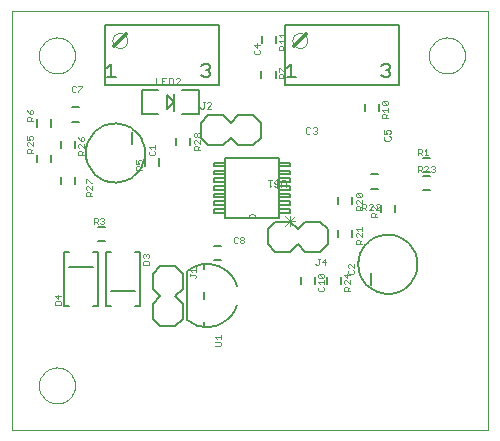
<source format=gto>
G75*
%MOIN*%
%OFA0B0*%
%FSLAX24Y24*%
%IPPOS*%
%LPD*%
%AMOC8*
5,1,8,0,0,1.08239X$1,22.5*
%
%ADD10C,0.0000*%
%ADD11C,0.0060*%
%ADD12C,0.0040*%
%ADD13C,0.0020*%
%ADD14C,0.0080*%
%ADD15C,0.0050*%
%ADD16C,0.0030*%
%ADD17C,0.0010*%
%ADD18C,0.0120*%
D10*
X000180Y000180D02*
X000180Y014176D01*
X016050Y014176D01*
X016050Y000180D01*
X000180Y000180D01*
X001080Y001680D02*
X001082Y001729D01*
X001088Y001777D01*
X001098Y001825D01*
X001112Y001872D01*
X001129Y001918D01*
X001150Y001962D01*
X001175Y002004D01*
X001203Y002044D01*
X001235Y002082D01*
X001269Y002117D01*
X001306Y002149D01*
X001345Y002178D01*
X001387Y002204D01*
X001431Y002226D01*
X001476Y002244D01*
X001523Y002259D01*
X001570Y002270D01*
X001619Y002277D01*
X001668Y002280D01*
X001717Y002279D01*
X001765Y002274D01*
X001814Y002265D01*
X001861Y002252D01*
X001907Y002235D01*
X001951Y002215D01*
X001994Y002191D01*
X002035Y002164D01*
X002073Y002133D01*
X002109Y002100D01*
X002141Y002064D01*
X002171Y002025D01*
X002198Y001984D01*
X002221Y001940D01*
X002240Y001895D01*
X002256Y001849D01*
X002268Y001802D01*
X002276Y001753D01*
X002280Y001704D01*
X002280Y001656D01*
X002276Y001607D01*
X002268Y001558D01*
X002256Y001511D01*
X002240Y001465D01*
X002221Y001420D01*
X002198Y001376D01*
X002171Y001335D01*
X002141Y001296D01*
X002109Y001260D01*
X002073Y001227D01*
X002035Y001196D01*
X001994Y001169D01*
X001951Y001145D01*
X001907Y001125D01*
X001861Y001108D01*
X001814Y001095D01*
X001765Y001086D01*
X001717Y001081D01*
X001668Y001080D01*
X001619Y001083D01*
X001570Y001090D01*
X001523Y001101D01*
X001476Y001116D01*
X001431Y001134D01*
X001387Y001156D01*
X001345Y001182D01*
X001306Y001211D01*
X001269Y001243D01*
X001235Y001278D01*
X001203Y001316D01*
X001175Y001356D01*
X001150Y001398D01*
X001129Y001442D01*
X001112Y001488D01*
X001098Y001535D01*
X001088Y001583D01*
X001082Y001631D01*
X001080Y001680D01*
X008060Y007271D02*
X008062Y007292D01*
X008067Y007312D01*
X008076Y007331D01*
X008088Y007348D01*
X008103Y007363D01*
X008120Y007375D01*
X008139Y007384D01*
X008159Y007389D01*
X008180Y007391D01*
X008201Y007389D01*
X008221Y007384D01*
X008240Y007375D01*
X008257Y007363D01*
X008272Y007348D01*
X008284Y007331D01*
X008293Y007312D01*
X008298Y007292D01*
X008300Y007271D01*
X014080Y012680D02*
X014082Y012729D01*
X014088Y012777D01*
X014098Y012825D01*
X014112Y012872D01*
X014129Y012918D01*
X014150Y012962D01*
X014175Y013004D01*
X014203Y013044D01*
X014235Y013082D01*
X014269Y013117D01*
X014306Y013149D01*
X014345Y013178D01*
X014387Y013204D01*
X014431Y013226D01*
X014476Y013244D01*
X014523Y013259D01*
X014570Y013270D01*
X014619Y013277D01*
X014668Y013280D01*
X014717Y013279D01*
X014765Y013274D01*
X014814Y013265D01*
X014861Y013252D01*
X014907Y013235D01*
X014951Y013215D01*
X014994Y013191D01*
X015035Y013164D01*
X015073Y013133D01*
X015109Y013100D01*
X015141Y013064D01*
X015171Y013025D01*
X015198Y012984D01*
X015221Y012940D01*
X015240Y012895D01*
X015256Y012849D01*
X015268Y012802D01*
X015276Y012753D01*
X015280Y012704D01*
X015280Y012656D01*
X015276Y012607D01*
X015268Y012558D01*
X015256Y012511D01*
X015240Y012465D01*
X015221Y012420D01*
X015198Y012376D01*
X015171Y012335D01*
X015141Y012296D01*
X015109Y012260D01*
X015073Y012227D01*
X015035Y012196D01*
X014994Y012169D01*
X014951Y012145D01*
X014907Y012125D01*
X014861Y012108D01*
X014814Y012095D01*
X014765Y012086D01*
X014717Y012081D01*
X014668Y012080D01*
X014619Y012083D01*
X014570Y012090D01*
X014523Y012101D01*
X014476Y012116D01*
X014431Y012134D01*
X014387Y012156D01*
X014345Y012182D01*
X014306Y012211D01*
X014269Y012243D01*
X014235Y012278D01*
X014203Y012316D01*
X014175Y012356D01*
X014150Y012398D01*
X014129Y012442D01*
X014112Y012488D01*
X014098Y012535D01*
X014088Y012583D01*
X014082Y012631D01*
X014080Y012680D01*
X001080Y012680D02*
X001082Y012729D01*
X001088Y012777D01*
X001098Y012825D01*
X001112Y012872D01*
X001129Y012918D01*
X001150Y012962D01*
X001175Y013004D01*
X001203Y013044D01*
X001235Y013082D01*
X001269Y013117D01*
X001306Y013149D01*
X001345Y013178D01*
X001387Y013204D01*
X001431Y013226D01*
X001476Y013244D01*
X001523Y013259D01*
X001570Y013270D01*
X001619Y013277D01*
X001668Y013280D01*
X001717Y013279D01*
X001765Y013274D01*
X001814Y013265D01*
X001861Y013252D01*
X001907Y013235D01*
X001951Y013215D01*
X001994Y013191D01*
X002035Y013164D01*
X002073Y013133D01*
X002109Y013100D01*
X002141Y013064D01*
X002171Y013025D01*
X002198Y012984D01*
X002221Y012940D01*
X002240Y012895D01*
X002256Y012849D01*
X002268Y012802D01*
X002276Y012753D01*
X002280Y012704D01*
X002280Y012656D01*
X002276Y012607D01*
X002268Y012558D01*
X002256Y012511D01*
X002240Y012465D01*
X002221Y012420D01*
X002198Y012376D01*
X002171Y012335D01*
X002141Y012296D01*
X002109Y012260D01*
X002073Y012227D01*
X002035Y012196D01*
X001994Y012169D01*
X001951Y012145D01*
X001907Y012125D01*
X001861Y012108D01*
X001814Y012095D01*
X001765Y012086D01*
X001717Y012081D01*
X001668Y012080D01*
X001619Y012083D01*
X001570Y012090D01*
X001523Y012101D01*
X001476Y012116D01*
X001431Y012134D01*
X001387Y012156D01*
X001345Y012182D01*
X001306Y012211D01*
X001269Y012243D01*
X001235Y012278D01*
X001203Y012316D01*
X001175Y012356D01*
X001150Y012398D01*
X001129Y012442D01*
X001112Y012488D01*
X001098Y012535D01*
X001088Y012583D01*
X001082Y012631D01*
X001080Y012680D01*
D11*
X002182Y010947D02*
X002418Y010947D01*
X002418Y010474D02*
X002182Y010474D01*
X002272Y009839D02*
X002272Y009603D01*
X001800Y009603D02*
X001800Y009839D01*
X001478Y010312D02*
X001478Y010548D01*
X001005Y010548D02*
X001005Y010312D01*
X001006Y009358D02*
X001006Y009122D01*
X001478Y009122D02*
X001478Y009358D01*
X001801Y008645D02*
X001801Y008409D01*
X002274Y008409D02*
X002274Y008645D01*
X003062Y006966D02*
X003298Y006966D01*
X003298Y006494D02*
X003062Y006494D01*
X004624Y009012D02*
X004624Y009248D01*
X005096Y009248D02*
X005096Y009012D01*
X005657Y009682D02*
X005657Y009918D01*
X006129Y009918D02*
X006129Y009682D01*
X006920Y009101D02*
X006920Y008981D01*
X007290Y008981D01*
X007290Y009101D01*
X006920Y009101D01*
X006920Y008841D02*
X006920Y008721D01*
X007290Y008721D01*
X007290Y008841D01*
X006920Y008841D01*
X006920Y008591D02*
X006920Y008471D01*
X007290Y008471D01*
X007290Y008591D01*
X006920Y008591D01*
X006920Y008331D02*
X006920Y008211D01*
X007290Y008211D01*
X007290Y008331D01*
X006920Y008331D01*
X006920Y008071D02*
X006920Y007951D01*
X007290Y007951D01*
X007290Y008071D01*
X006920Y008071D01*
X006920Y007821D02*
X006920Y007701D01*
X007290Y007701D01*
X007290Y007821D01*
X006920Y007821D01*
X006920Y007561D02*
X006920Y007441D01*
X007290Y007441D01*
X007290Y007561D01*
X006920Y007561D01*
X007290Y007271D02*
X008060Y007271D01*
X008300Y007271D01*
X009070Y007271D01*
X009070Y009271D01*
X007290Y009271D01*
X007290Y007271D01*
X007140Y006336D02*
X006904Y006336D01*
X006904Y005863D02*
X007140Y005863D01*
X009070Y007441D02*
X009070Y007561D01*
X009440Y007561D01*
X009440Y007441D01*
X009070Y007441D01*
X009070Y007701D02*
X009440Y007701D01*
X009440Y007821D01*
X009070Y007821D01*
X009070Y007701D01*
X009070Y007951D02*
X009440Y007951D01*
X009440Y008071D01*
X009070Y008071D01*
X009070Y007951D01*
X009070Y008211D02*
X009440Y008211D01*
X009440Y008331D01*
X009070Y008331D01*
X009070Y008211D01*
X009070Y008471D02*
X009440Y008471D01*
X009440Y008591D01*
X009070Y008591D01*
X009070Y008471D01*
X009070Y008721D02*
X009440Y008721D01*
X009440Y008841D01*
X009070Y008841D01*
X009070Y008721D01*
X009070Y008981D02*
X009440Y008981D01*
X009440Y009101D01*
X009070Y009101D01*
X009070Y008981D01*
X011054Y007978D02*
X011054Y007742D01*
X011526Y007742D02*
X011526Y007978D01*
X012162Y008243D02*
X012398Y008243D01*
X012398Y008716D02*
X012162Y008716D01*
X012473Y007707D02*
X012473Y007471D01*
X012945Y007471D02*
X012945Y007707D01*
X013872Y008204D02*
X014108Y008204D01*
X014108Y008676D02*
X013872Y008676D01*
X013874Y008790D02*
X014110Y008790D01*
X014110Y009263D02*
X013874Y009263D01*
X012423Y010814D02*
X012423Y011050D01*
X011951Y011050D02*
X011951Y010814D01*
X013080Y011680D02*
X013080Y013680D01*
X009280Y013680D01*
X009280Y011680D01*
X013080Y011680D01*
X008970Y011920D02*
X008970Y012156D01*
X008498Y012156D02*
X008498Y011920D01*
X008504Y013092D02*
X008504Y013328D01*
X008976Y013328D02*
X008976Y013092D01*
X007080Y013680D02*
X007080Y011680D01*
X003280Y011680D01*
X003280Y013680D01*
X007080Y013680D01*
X011054Y006858D02*
X011054Y006622D01*
X011526Y006622D02*
X011526Y006858D01*
X011146Y005298D02*
X011146Y005062D01*
X010674Y005062D02*
X010674Y005298D01*
X010286Y005298D02*
X010286Y005062D01*
X009814Y005062D02*
X009814Y005298D01*
D12*
X010395Y005312D02*
X010395Y005379D01*
X010428Y005412D01*
X010562Y005279D01*
X010595Y005312D01*
X010595Y005379D01*
X010562Y005412D01*
X010428Y005412D01*
X010395Y005312D02*
X010428Y005279D01*
X010562Y005279D01*
X010595Y005191D02*
X010595Y005058D01*
X010595Y005125D02*
X010395Y005125D01*
X010462Y005058D01*
X010428Y004970D02*
X010395Y004937D01*
X010395Y004870D01*
X010428Y004837D01*
X010562Y004837D01*
X010595Y004870D01*
X010595Y004937D01*
X010562Y004970D01*
X011255Y004937D02*
X011255Y004837D01*
X011455Y004837D01*
X011388Y004837D02*
X011388Y004937D01*
X011355Y004970D01*
X011288Y004970D01*
X011255Y004937D01*
X011288Y005058D02*
X011255Y005091D01*
X011255Y005158D01*
X011288Y005191D01*
X011322Y005191D01*
X011455Y005058D01*
X011455Y005191D01*
X011355Y005279D02*
X011355Y005412D01*
X011390Y005423D02*
X011423Y005390D01*
X011557Y005390D01*
X011590Y005423D01*
X011590Y005490D01*
X011557Y005523D01*
X011590Y005611D02*
X011457Y005744D01*
X011423Y005744D01*
X011390Y005711D01*
X011390Y005644D01*
X011423Y005611D01*
X011423Y005523D02*
X011390Y005490D01*
X011390Y005423D01*
X011455Y005379D02*
X011255Y005379D01*
X011355Y005279D01*
X011455Y004970D02*
X011388Y004904D01*
X011590Y005611D02*
X011590Y005744D01*
X011635Y006397D02*
X011635Y006497D01*
X011668Y006530D01*
X011735Y006530D01*
X011768Y006497D01*
X011768Y006397D01*
X011768Y006464D02*
X011835Y006530D01*
X011835Y006618D02*
X011702Y006751D01*
X011668Y006751D01*
X011635Y006718D01*
X011635Y006651D01*
X011668Y006618D01*
X011835Y006618D02*
X011835Y006751D01*
X011835Y006839D02*
X011835Y006972D01*
X011835Y006906D02*
X011635Y006906D01*
X011702Y006839D01*
X011635Y006397D02*
X011835Y006397D01*
X012164Y007309D02*
X012164Y007409D01*
X012197Y007443D01*
X012264Y007443D01*
X012297Y007409D01*
X012297Y007309D01*
X012364Y007309D02*
X012164Y007309D01*
X012297Y007376D02*
X012364Y007443D01*
X012364Y007530D02*
X012230Y007663D01*
X012197Y007663D01*
X012164Y007630D01*
X012164Y007563D01*
X012197Y007530D01*
X012213Y007541D02*
X012079Y007541D01*
X012213Y007674D01*
X012213Y007708D01*
X012179Y007741D01*
X012113Y007741D01*
X012079Y007708D01*
X011992Y007708D02*
X011992Y007641D01*
X011958Y007607D01*
X011858Y007607D01*
X011835Y007650D02*
X011768Y007584D01*
X011768Y007617D02*
X011768Y007517D01*
X011835Y007517D02*
X011635Y007517D01*
X011635Y007617D01*
X011668Y007650D01*
X011735Y007650D01*
X011768Y007617D01*
X011858Y007541D02*
X011858Y007741D01*
X011958Y007741D01*
X011992Y007708D01*
X011925Y007607D02*
X011992Y007541D01*
X011835Y007738D02*
X011702Y007871D01*
X011668Y007871D01*
X011635Y007838D01*
X011635Y007771D01*
X011668Y007738D01*
X011835Y007738D02*
X011835Y007871D01*
X011802Y007959D02*
X011668Y007959D01*
X011635Y007992D01*
X011635Y008059D01*
X011668Y008092D01*
X011802Y007959D01*
X011835Y007992D01*
X011835Y008059D01*
X011802Y008092D01*
X011668Y008092D01*
X012300Y007708D02*
X012334Y007741D01*
X012400Y007741D01*
X012434Y007708D01*
X012434Y007674D01*
X012300Y007541D01*
X012434Y007541D01*
X012364Y007530D02*
X012364Y007663D01*
X013710Y008785D02*
X013710Y008985D01*
X013810Y008985D01*
X013843Y008952D01*
X013843Y008885D01*
X013810Y008852D01*
X013710Y008852D01*
X013777Y008852D02*
X013843Y008785D01*
X013931Y008785D02*
X014064Y008918D01*
X014064Y008952D01*
X014031Y008985D01*
X013964Y008985D01*
X013931Y008952D01*
X013931Y008785D02*
X014064Y008785D01*
X014152Y008818D02*
X014185Y008785D01*
X014252Y008785D01*
X014285Y008818D01*
X014285Y008852D01*
X014252Y008885D01*
X014219Y008885D01*
X014252Y008885D02*
X014285Y008918D01*
X014285Y008952D01*
X014252Y008985D01*
X014185Y008985D01*
X014152Y008952D01*
X014066Y009372D02*
X013933Y009372D01*
X013999Y009372D02*
X013999Y009572D01*
X013933Y009505D01*
X013845Y009472D02*
X013812Y009438D01*
X013712Y009438D01*
X013712Y009372D02*
X013712Y009572D01*
X013812Y009572D01*
X013845Y009539D01*
X013845Y009472D01*
X013778Y009438D02*
X013845Y009372D01*
X012732Y010589D02*
X012532Y010589D01*
X012532Y010689D01*
X012565Y010723D01*
X012632Y010723D01*
X012665Y010689D01*
X012665Y010589D01*
X012665Y010656D02*
X012732Y010723D01*
X012732Y010810D02*
X012732Y010944D01*
X012732Y010877D02*
X012532Y010877D01*
X012599Y010810D01*
X012565Y011031D02*
X012532Y011064D01*
X012532Y011131D01*
X012565Y011165D01*
X012699Y011031D01*
X012732Y011064D01*
X012732Y011131D01*
X012699Y011165D01*
X012565Y011165D01*
X012565Y011031D02*
X012699Y011031D01*
X009279Y011916D02*
X009079Y011916D01*
X009079Y012016D01*
X009112Y012049D01*
X009179Y012049D01*
X009212Y012016D01*
X009212Y011916D01*
X009212Y011983D02*
X009279Y012049D01*
X009279Y012137D02*
X009246Y012137D01*
X009112Y012270D01*
X009079Y012270D01*
X009079Y012137D01*
X009085Y012867D02*
X009085Y012967D01*
X009118Y013000D01*
X009185Y013000D01*
X009218Y012967D01*
X009218Y012867D01*
X009218Y012934D02*
X009285Y013000D01*
X009285Y013088D02*
X009285Y013221D01*
X009285Y013155D02*
X009085Y013155D01*
X009152Y013088D01*
X009152Y013309D02*
X009085Y013376D01*
X009285Y013376D01*
X009285Y013442D02*
X009285Y013309D01*
X009285Y012867D02*
X009085Y012867D01*
X006420Y010095D02*
X006454Y010062D01*
X006454Y009995D01*
X006420Y009962D01*
X006387Y009962D01*
X006354Y009995D01*
X006354Y010062D01*
X006387Y010095D01*
X006420Y010095D01*
X006354Y010062D02*
X006320Y010095D01*
X006287Y010095D01*
X006253Y010062D01*
X006253Y009995D01*
X006287Y009962D01*
X006320Y009962D01*
X006354Y009995D01*
X006320Y009874D02*
X006287Y009874D01*
X006253Y009841D01*
X006253Y009774D01*
X006287Y009741D01*
X006287Y009653D02*
X006354Y009653D01*
X006387Y009620D01*
X006387Y009520D01*
X006454Y009520D02*
X006253Y009520D01*
X006253Y009620D01*
X006287Y009653D01*
X006387Y009587D02*
X006454Y009653D01*
X006454Y009741D02*
X006320Y009874D01*
X006454Y009874D02*
X006454Y009741D01*
X004950Y009712D02*
X004950Y009579D01*
X004950Y009646D02*
X004750Y009646D01*
X004817Y009579D01*
X004783Y009491D02*
X004750Y009458D01*
X004750Y009391D01*
X004783Y009358D01*
X004917Y009358D01*
X004950Y009391D01*
X004950Y009458D01*
X004917Y009491D01*
X004515Y009171D02*
X004515Y009104D01*
X004482Y009071D01*
X004415Y009071D02*
X004382Y009138D01*
X004382Y009171D01*
X004415Y009204D01*
X004482Y009204D01*
X004515Y009171D01*
X004415Y009071D02*
X004315Y009071D01*
X004315Y009204D01*
X004348Y008983D02*
X004415Y008983D01*
X004448Y008950D01*
X004448Y008850D01*
X004448Y008917D02*
X004515Y008983D01*
X004515Y008850D02*
X004315Y008850D01*
X004315Y008950D01*
X004348Y008983D01*
X002858Y008429D02*
X002825Y008429D01*
X002691Y008563D01*
X002658Y008563D01*
X002658Y008429D01*
X002691Y008342D02*
X002658Y008309D01*
X002658Y008242D01*
X002691Y008208D01*
X002691Y008121D02*
X002758Y008121D01*
X002791Y008088D01*
X002791Y007988D01*
X002791Y008054D02*
X002858Y008121D01*
X002858Y008208D02*
X002725Y008342D01*
X002691Y008342D01*
X002858Y008342D02*
X002858Y008208D01*
X002691Y008121D02*
X002658Y008088D01*
X002658Y007988D01*
X002858Y007988D01*
X002900Y007275D02*
X003000Y007275D01*
X003033Y007242D01*
X003033Y007175D01*
X003000Y007142D01*
X002900Y007142D01*
X002967Y007142D02*
X003033Y007075D01*
X003121Y007108D02*
X003154Y007075D01*
X003221Y007075D01*
X003254Y007108D01*
X003254Y007142D01*
X003221Y007175D01*
X003188Y007175D01*
X003221Y007175D02*
X003254Y007208D01*
X003254Y007242D01*
X003221Y007275D01*
X003154Y007275D01*
X003121Y007242D01*
X002900Y007275D02*
X002900Y007075D01*
X004550Y006029D02*
X004583Y006062D01*
X004617Y006062D01*
X004650Y006029D01*
X004683Y006062D01*
X004717Y006062D01*
X004750Y006029D01*
X004750Y005962D01*
X004717Y005929D01*
X004717Y005841D02*
X004583Y005841D01*
X004550Y005808D01*
X004550Y005708D01*
X004750Y005708D01*
X004750Y005808D01*
X004717Y005841D01*
X004583Y005929D02*
X004550Y005962D01*
X004550Y006029D01*
X004650Y006029D02*
X004650Y005996D01*
X001810Y004671D02*
X001610Y004671D01*
X001710Y004571D01*
X001710Y004704D01*
X001777Y004483D02*
X001643Y004483D01*
X001610Y004450D01*
X001610Y004350D01*
X001810Y004350D01*
X001810Y004450D01*
X001777Y004483D01*
X006950Y003296D02*
X007150Y003296D01*
X007150Y003362D02*
X007150Y003229D01*
X007117Y003141D02*
X006950Y003141D01*
X007017Y003229D02*
X006950Y003296D01*
X007117Y003141D02*
X007150Y003108D01*
X007150Y003041D01*
X007117Y003008D01*
X006950Y003008D01*
X007602Y006444D02*
X007669Y006444D01*
X007702Y006478D01*
X007790Y006478D02*
X007790Y006511D01*
X007823Y006544D01*
X007890Y006544D01*
X007923Y006511D01*
X007923Y006478D01*
X007890Y006444D01*
X007823Y006444D01*
X007790Y006478D01*
X007823Y006544D02*
X007790Y006578D01*
X007790Y006611D01*
X007823Y006645D01*
X007890Y006645D01*
X007923Y006611D01*
X007923Y006578D01*
X007890Y006544D01*
X007702Y006611D02*
X007669Y006645D01*
X007602Y006645D01*
X007569Y006611D01*
X007569Y006478D01*
X007602Y006444D01*
X002581Y009378D02*
X002381Y009378D01*
X002381Y009478D01*
X002414Y009512D01*
X002481Y009512D01*
X002514Y009478D01*
X002514Y009378D01*
X002514Y009445D02*
X002581Y009512D01*
X002581Y009599D02*
X002448Y009733D01*
X002414Y009733D01*
X002381Y009699D01*
X002381Y009633D01*
X002414Y009599D01*
X002581Y009599D02*
X002581Y009733D01*
X002548Y009820D02*
X002581Y009854D01*
X002581Y009920D01*
X002548Y009954D01*
X002514Y009954D01*
X002481Y009920D01*
X002481Y009820D01*
X002548Y009820D01*
X002481Y009820D02*
X002414Y009887D01*
X002381Y009954D01*
X000897Y009975D02*
X000897Y009908D01*
X000864Y009874D01*
X000797Y009874D02*
X000764Y009941D01*
X000764Y009975D01*
X000797Y010008D01*
X000864Y010008D01*
X000897Y009975D01*
X000797Y009874D02*
X000697Y009874D01*
X000697Y010008D01*
X000730Y009787D02*
X000697Y009754D01*
X000697Y009687D01*
X000730Y009653D01*
X000730Y009566D02*
X000797Y009566D01*
X000830Y009533D01*
X000830Y009432D01*
X000830Y009499D02*
X000897Y009566D01*
X000897Y009653D02*
X000764Y009787D01*
X000730Y009787D01*
X000897Y009787D02*
X000897Y009653D01*
X000730Y009566D02*
X000697Y009533D01*
X000697Y009432D01*
X000897Y009432D01*
X000881Y010505D02*
X000681Y010505D01*
X000681Y010605D01*
X000714Y010638D01*
X000781Y010638D01*
X000814Y010605D01*
X000814Y010505D01*
X000814Y010572D02*
X000881Y010638D01*
X000847Y010726D02*
X000881Y010759D01*
X000881Y010826D01*
X000847Y010859D01*
X000814Y010859D01*
X000781Y010826D01*
X000781Y010726D01*
X000847Y010726D01*
X000781Y010726D02*
X000714Y010793D01*
X000681Y010859D01*
X002177Y011483D02*
X002211Y011449D01*
X002278Y011449D01*
X002311Y011483D01*
X002398Y011483D02*
X002398Y011449D01*
X002398Y011483D02*
X002532Y011616D01*
X002532Y011650D01*
X002398Y011650D01*
X002311Y011616D02*
X002278Y011650D01*
X002211Y011650D01*
X002177Y011616D01*
X002177Y011483D01*
X004974Y011744D02*
X005107Y011744D01*
X005195Y011744D02*
X005328Y011744D01*
X005416Y011744D02*
X005516Y011744D01*
X005549Y011777D01*
X005549Y011911D01*
X005516Y011944D01*
X005416Y011944D01*
X005416Y011744D01*
X005261Y011844D02*
X005195Y011844D01*
X005195Y011944D02*
X005195Y011744D01*
X004974Y011744D02*
X004974Y011944D01*
X005195Y011944D02*
X005328Y011944D01*
X005637Y011911D02*
X005670Y011944D01*
X005737Y011944D01*
X005770Y011911D01*
X005770Y011877D01*
X005637Y011744D01*
X005770Y011744D01*
D13*
X006533Y011130D02*
X006607Y011130D01*
X006570Y011130D02*
X006570Y010947D01*
X006533Y010910D01*
X006497Y010910D01*
X006460Y010947D01*
X006681Y010910D02*
X006828Y011057D01*
X006828Y011093D01*
X006791Y011130D01*
X006718Y011130D01*
X006681Y011093D01*
X006681Y010910D02*
X006828Y010910D01*
X008281Y012714D02*
X008428Y012714D01*
X008464Y012751D01*
X008464Y012824D01*
X008428Y012861D01*
X008354Y012935D02*
X008244Y013045D01*
X008464Y013045D01*
X008354Y013082D02*
X008354Y012935D01*
X008281Y012861D02*
X008244Y012824D01*
X008244Y012751D01*
X008281Y012714D01*
X009530Y013180D02*
X009532Y013211D01*
X009538Y013242D01*
X009548Y013272D01*
X009561Y013300D01*
X009578Y013327D01*
X009598Y013351D01*
X009621Y013373D01*
X009646Y013391D01*
X009674Y013406D01*
X009703Y013418D01*
X009733Y013426D01*
X009764Y013430D01*
X009796Y013430D01*
X009827Y013426D01*
X009857Y013418D01*
X009886Y013406D01*
X009914Y013391D01*
X009939Y013373D01*
X009962Y013351D01*
X009982Y013327D01*
X009999Y013300D01*
X010012Y013272D01*
X010022Y013242D01*
X010028Y013211D01*
X010030Y013180D01*
X010028Y013149D01*
X010022Y013118D01*
X010012Y013088D01*
X009999Y013060D01*
X009982Y013033D01*
X009962Y013009D01*
X009939Y012987D01*
X009914Y012969D01*
X009886Y012954D01*
X009857Y012942D01*
X009827Y012934D01*
X009796Y012930D01*
X009764Y012930D01*
X009733Y012934D01*
X009703Y012942D01*
X009674Y012954D01*
X009646Y012969D01*
X009621Y012987D01*
X009598Y013009D01*
X009578Y013033D01*
X009561Y013060D01*
X009548Y013088D01*
X009538Y013118D01*
X009532Y013149D01*
X009530Y013180D01*
X010019Y010284D02*
X009982Y010247D01*
X009982Y010100D01*
X010019Y010064D01*
X010092Y010064D01*
X010129Y010100D01*
X010203Y010100D02*
X010240Y010064D01*
X010313Y010064D01*
X010350Y010100D01*
X010350Y010137D01*
X010313Y010174D01*
X010276Y010174D01*
X010313Y010174D02*
X010350Y010211D01*
X010350Y010247D01*
X010313Y010284D01*
X010240Y010284D01*
X010203Y010247D01*
X010129Y010247D02*
X010092Y010284D01*
X010019Y010284D01*
X012582Y010212D02*
X012582Y010065D01*
X012692Y010065D01*
X012655Y010139D01*
X012655Y010175D01*
X012692Y010212D01*
X012765Y010212D01*
X012802Y010175D01*
X012802Y010102D01*
X012765Y010065D01*
X012765Y009991D02*
X012802Y009954D01*
X012802Y009881D01*
X012765Y009844D01*
X012618Y009844D01*
X012582Y009881D01*
X012582Y009954D01*
X012618Y009991D01*
X010629Y005900D02*
X010519Y005790D01*
X010666Y005790D01*
X010629Y005680D02*
X010629Y005900D01*
X010445Y005900D02*
X010371Y005900D01*
X010408Y005900D02*
X010408Y005717D01*
X010371Y005680D01*
X010335Y005680D01*
X010298Y005717D01*
X006330Y005616D02*
X006330Y005469D01*
X006330Y005542D02*
X006110Y005542D01*
X006183Y005469D01*
X006110Y005395D02*
X006110Y005321D01*
X006110Y005358D02*
X006293Y005358D01*
X006330Y005321D01*
X006330Y005285D01*
X006293Y005248D01*
X003530Y013180D02*
X003532Y013211D01*
X003538Y013242D01*
X003548Y013272D01*
X003561Y013300D01*
X003578Y013327D01*
X003598Y013351D01*
X003621Y013373D01*
X003646Y013391D01*
X003674Y013406D01*
X003703Y013418D01*
X003733Y013426D01*
X003764Y013430D01*
X003796Y013430D01*
X003827Y013426D01*
X003857Y013418D01*
X003886Y013406D01*
X003914Y013391D01*
X003939Y013373D01*
X003962Y013351D01*
X003982Y013327D01*
X003999Y013300D01*
X004012Y013272D01*
X004022Y013242D01*
X004028Y013211D01*
X004030Y013180D01*
X004028Y013149D01*
X004022Y013118D01*
X004012Y013088D01*
X003999Y013060D01*
X003982Y013033D01*
X003962Y013009D01*
X003939Y012987D01*
X003914Y012969D01*
X003886Y012954D01*
X003857Y012942D01*
X003827Y012934D01*
X003796Y012930D01*
X003764Y012930D01*
X003733Y012934D01*
X003703Y012942D01*
X003674Y012954D01*
X003646Y012969D01*
X003621Y012987D01*
X003598Y013009D01*
X003578Y013033D01*
X003561Y013060D01*
X003548Y013088D01*
X003538Y013118D01*
X003532Y013149D01*
X003530Y013180D01*
D14*
X004515Y011514D02*
X004515Y010726D01*
X005066Y010726D01*
X005342Y010884D02*
X005578Y011120D01*
X005342Y011356D01*
X005342Y010884D01*
X005578Y010844D02*
X005578Y011120D01*
X005578Y011396D01*
X005854Y011514D02*
X006405Y011514D01*
X006405Y010726D01*
X005854Y010726D01*
X006480Y010430D02*
X006730Y010680D01*
X007230Y010680D01*
X007480Y010430D01*
X007730Y010680D01*
X008230Y010680D01*
X008480Y010430D01*
X008480Y009930D01*
X008230Y009680D01*
X007730Y009680D01*
X007480Y009930D01*
X007230Y009680D01*
X006730Y009680D01*
X006480Y009930D01*
X006480Y010430D01*
X005066Y011514D02*
X004515Y011514D01*
X004180Y010130D02*
X004180Y009730D01*
X002646Y009430D02*
X002648Y009492D01*
X002654Y009555D01*
X002664Y009616D01*
X002678Y009677D01*
X002695Y009737D01*
X002716Y009796D01*
X002742Y009853D01*
X002770Y009908D01*
X002802Y009962D01*
X002838Y010013D01*
X002876Y010063D01*
X002918Y010109D01*
X002962Y010153D01*
X003010Y010194D01*
X003059Y010232D01*
X003111Y010266D01*
X003165Y010297D01*
X003221Y010325D01*
X003279Y010349D01*
X003338Y010370D01*
X003398Y010386D01*
X003459Y010399D01*
X003521Y010408D01*
X003583Y010413D01*
X003646Y010414D01*
X003708Y010411D01*
X003770Y010404D01*
X003832Y010393D01*
X003892Y010378D01*
X003952Y010360D01*
X004010Y010338D01*
X004067Y010312D01*
X004122Y010282D01*
X004175Y010249D01*
X004226Y010213D01*
X004274Y010174D01*
X004320Y010131D01*
X004363Y010086D01*
X004403Y010038D01*
X004440Y009988D01*
X004474Y009935D01*
X004505Y009881D01*
X004531Y009825D01*
X004555Y009767D01*
X004574Y009707D01*
X004590Y009647D01*
X004602Y009585D01*
X004610Y009524D01*
X004614Y009461D01*
X004614Y009399D01*
X004610Y009336D01*
X004602Y009275D01*
X004590Y009213D01*
X004574Y009153D01*
X004555Y009093D01*
X004531Y009035D01*
X004505Y008979D01*
X004474Y008925D01*
X004440Y008872D01*
X004403Y008822D01*
X004363Y008774D01*
X004320Y008729D01*
X004274Y008686D01*
X004226Y008647D01*
X004175Y008611D01*
X004122Y008578D01*
X004067Y008548D01*
X004010Y008522D01*
X003952Y008500D01*
X003892Y008482D01*
X003832Y008467D01*
X003770Y008456D01*
X003708Y008449D01*
X003646Y008446D01*
X003583Y008447D01*
X003521Y008452D01*
X003459Y008461D01*
X003398Y008474D01*
X003338Y008490D01*
X003279Y008511D01*
X003221Y008535D01*
X003165Y008563D01*
X003111Y008594D01*
X003059Y008628D01*
X003010Y008666D01*
X002962Y008707D01*
X002918Y008751D01*
X002876Y008797D01*
X002838Y008847D01*
X002802Y008898D01*
X002770Y008952D01*
X002742Y009007D01*
X002716Y009064D01*
X002695Y009123D01*
X002678Y009183D01*
X002664Y009244D01*
X002654Y009305D01*
X002648Y009368D01*
X002646Y009430D01*
X002874Y006136D02*
X003051Y006136D01*
X003051Y004324D01*
X002874Y004324D01*
X003309Y004324D02*
X003309Y006136D01*
X003486Y006136D01*
X002874Y005624D02*
X002086Y005624D01*
X002086Y006136D02*
X001909Y006136D01*
X001909Y004324D01*
X002086Y004324D01*
X003309Y004324D02*
X003486Y004324D01*
X003486Y004836D02*
X004274Y004836D01*
X004274Y004324D02*
X004451Y004324D01*
X004451Y006136D01*
X004274Y006136D01*
X004880Y005400D02*
X004880Y004900D01*
X005130Y004650D01*
X004880Y004400D01*
X004880Y003900D01*
X005130Y003650D01*
X005630Y003650D01*
X005880Y003900D01*
X005880Y004400D01*
X005630Y004650D01*
X005880Y004900D01*
X005880Y005400D01*
X005630Y005650D01*
X005130Y005650D01*
X004880Y005400D01*
X008700Y006380D02*
X008700Y006880D01*
X008950Y007130D01*
X009450Y007130D01*
X009700Y006880D01*
X009950Y007130D01*
X010450Y007130D01*
X010700Y006880D01*
X010700Y006380D01*
X010450Y006130D01*
X009950Y006130D01*
X009700Y006380D01*
X009450Y006130D01*
X008950Y006130D01*
X008700Y006380D01*
X012160Y005420D02*
X012160Y005020D01*
X011726Y005720D02*
X011728Y005782D01*
X011734Y005845D01*
X011744Y005906D01*
X011758Y005967D01*
X011775Y006027D01*
X011796Y006086D01*
X011822Y006143D01*
X011850Y006198D01*
X011882Y006252D01*
X011918Y006303D01*
X011956Y006353D01*
X011998Y006399D01*
X012042Y006443D01*
X012090Y006484D01*
X012139Y006522D01*
X012191Y006556D01*
X012245Y006587D01*
X012301Y006615D01*
X012359Y006639D01*
X012418Y006660D01*
X012478Y006676D01*
X012539Y006689D01*
X012601Y006698D01*
X012663Y006703D01*
X012726Y006704D01*
X012788Y006701D01*
X012850Y006694D01*
X012912Y006683D01*
X012972Y006668D01*
X013032Y006650D01*
X013090Y006628D01*
X013147Y006602D01*
X013202Y006572D01*
X013255Y006539D01*
X013306Y006503D01*
X013354Y006464D01*
X013400Y006421D01*
X013443Y006376D01*
X013483Y006328D01*
X013520Y006278D01*
X013554Y006225D01*
X013585Y006171D01*
X013611Y006115D01*
X013635Y006057D01*
X013654Y005997D01*
X013670Y005937D01*
X013682Y005875D01*
X013690Y005814D01*
X013694Y005751D01*
X013694Y005689D01*
X013690Y005626D01*
X013682Y005565D01*
X013670Y005503D01*
X013654Y005443D01*
X013635Y005383D01*
X013611Y005325D01*
X013585Y005269D01*
X013554Y005215D01*
X013520Y005162D01*
X013483Y005112D01*
X013443Y005064D01*
X013400Y005019D01*
X013354Y004976D01*
X013306Y004937D01*
X013255Y004901D01*
X013202Y004868D01*
X013147Y004838D01*
X013090Y004812D01*
X013032Y004790D01*
X012972Y004772D01*
X012912Y004757D01*
X012850Y004746D01*
X012788Y004739D01*
X012726Y004736D01*
X012663Y004737D01*
X012601Y004742D01*
X012539Y004751D01*
X012478Y004764D01*
X012418Y004780D01*
X012359Y004801D01*
X012301Y004825D01*
X012245Y004853D01*
X012191Y004884D01*
X012139Y004918D01*
X012090Y004956D01*
X012042Y004997D01*
X011998Y005041D01*
X011956Y005087D01*
X011918Y005137D01*
X011882Y005188D01*
X011850Y005242D01*
X011822Y005297D01*
X011796Y005354D01*
X011775Y005413D01*
X011758Y005473D01*
X011744Y005534D01*
X011734Y005595D01*
X011728Y005658D01*
X011726Y005720D01*
D15*
X006580Y005725D02*
X006580Y005567D01*
X006030Y005505D02*
X006030Y003855D01*
X006580Y003793D02*
X006580Y003635D01*
X006580Y004567D02*
X006580Y004793D01*
X006030Y005505D02*
X006078Y005540D01*
X006128Y005573D01*
X006180Y005604D01*
X006234Y005631D01*
X006289Y005655D01*
X006346Y005675D01*
X006403Y005693D01*
X006461Y005707D01*
X006520Y005718D01*
X006580Y005725D01*
X007683Y004370D02*
X007663Y004310D01*
X007639Y004251D01*
X007611Y004194D01*
X007580Y004139D01*
X007545Y004085D01*
X007508Y004034D01*
X007467Y003985D01*
X007423Y003939D01*
X007377Y003895D01*
X007328Y003854D01*
X007277Y003816D01*
X007224Y003782D01*
X007168Y003750D01*
X007111Y003723D01*
X007052Y003698D01*
X006992Y003678D01*
X006931Y003660D01*
X006869Y003647D01*
X006806Y003638D01*
X006743Y003632D01*
X006679Y003630D01*
X006615Y003632D01*
X006552Y003638D01*
X006489Y003647D01*
X006427Y003661D01*
X006366Y003678D01*
X006306Y003699D01*
X006247Y003723D01*
X006190Y003751D01*
X006134Y003783D01*
X006081Y003818D01*
X006030Y003855D01*
X006580Y005725D02*
X006642Y005729D01*
X006705Y005730D01*
X006767Y005726D01*
X006829Y005719D01*
X006890Y005709D01*
X006951Y005694D01*
X007011Y005676D01*
X007070Y005655D01*
X007127Y005630D01*
X007182Y005602D01*
X007236Y005571D01*
X007288Y005536D01*
X007338Y005498D01*
X007385Y005458D01*
X007430Y005414D01*
X007473Y005369D01*
X007512Y005320D01*
X007549Y005270D01*
X007582Y005217D01*
X007613Y005163D01*
X007640Y005106D01*
X007663Y005049D01*
X007683Y004990D01*
X006720Y011955D02*
X006570Y011955D01*
X006495Y012030D01*
X006645Y012180D02*
X006720Y012180D01*
X006795Y012105D01*
X006795Y012030D01*
X006720Y011955D01*
X006720Y012180D02*
X006795Y012255D01*
X006795Y012330D01*
X006720Y012405D01*
X006570Y012405D01*
X006495Y012330D01*
X003645Y011955D02*
X003345Y011955D01*
X003495Y011955D02*
X003495Y012405D01*
X003345Y012255D01*
X009345Y012255D02*
X009495Y012405D01*
X009495Y011955D01*
X009345Y011955D02*
X009645Y011955D01*
X012495Y012030D02*
X012570Y011955D01*
X012720Y011955D01*
X012795Y012030D01*
X012795Y012105D01*
X012720Y012180D01*
X012645Y012180D01*
X012720Y012180D02*
X012795Y012255D01*
X012795Y012330D01*
X012720Y012405D01*
X012570Y012405D01*
X012495Y012330D01*
D16*
X009605Y007317D02*
X009291Y007004D01*
X009291Y007160D02*
X009605Y007160D01*
X009605Y007004D02*
X009291Y007317D01*
X009448Y007317D02*
X009448Y007004D01*
D17*
X009305Y008285D02*
X009305Y008477D01*
X009267Y008516D01*
X009190Y008516D01*
X009152Y008477D01*
X009152Y008285D01*
X009084Y008324D02*
X009046Y008285D01*
X008969Y008285D01*
X008931Y008324D01*
X008863Y008362D02*
X008786Y008285D01*
X008786Y008516D01*
X008710Y008516D02*
X008863Y008516D01*
X008931Y008477D02*
X008931Y008439D01*
X008969Y008400D01*
X009046Y008400D01*
X009084Y008362D01*
X009084Y008324D01*
X009007Y008247D02*
X009007Y008554D01*
X008969Y008516D02*
X009046Y008516D01*
X009084Y008477D01*
X008969Y008516D02*
X008931Y008477D01*
D18*
X009580Y012980D02*
X009980Y013380D01*
X003980Y013380D02*
X003580Y012980D01*
M02*

</source>
